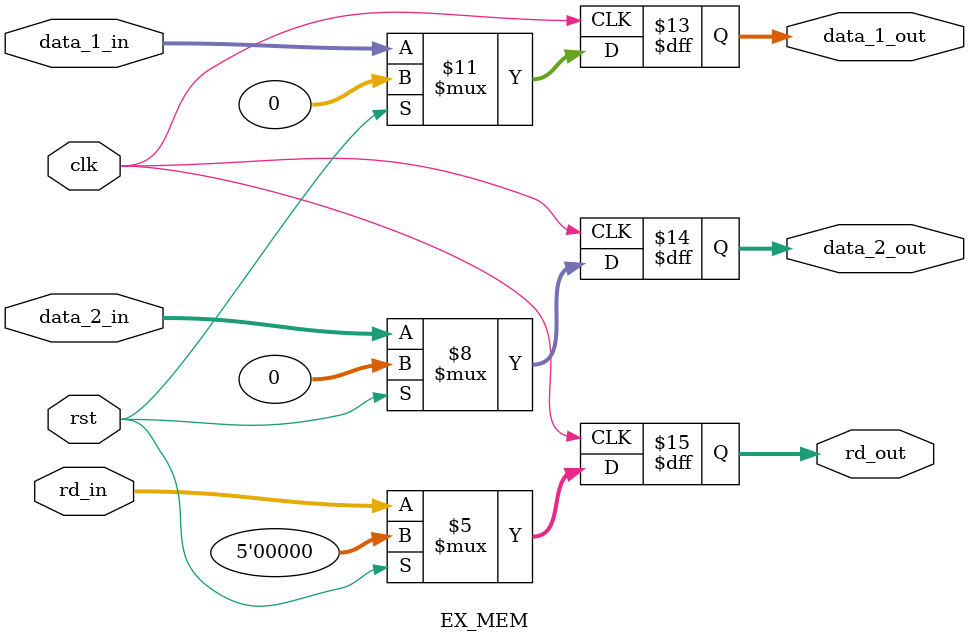
<source format=v>

module EX_MEM (

	input clk,
	input rst,
	input [31:0] data_1_in,
	input [31:0] data_2_in,
	input [4:0] rd_in,
	output reg [31:0] data_1_out,
	output reg [31:0] data_2_out,
	output reg [4:0] rd_out);
	
	
	initial begin
	
		data_1_out = 0;
		data_2_out = 0;
		rd_out = 0;
		
	end
	
	always @(posedge clk) begin
	
		if (rst == 1'b1) begin
		
			data_1_out <= 0;
			data_2_out <= 0;
			rd_out <= 0;
			
		end
		
		else begin
		
			data_1_out <= data_1_in;
			data_2_out = data_2_in;
			rd_out = rd_in;
			
		end
		
	end
	
endmodule
		
		
		
</source>
